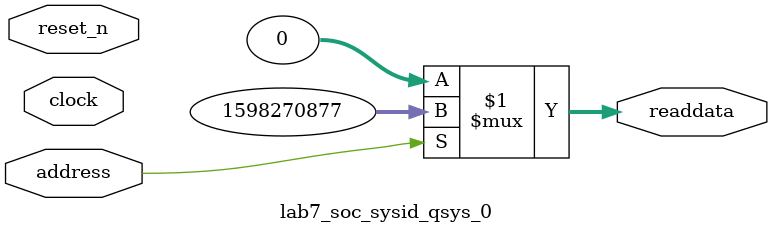
<source format=v>



// synthesis translate_off
`timescale 1ns / 1ps
// synthesis translate_on

// turn off superfluous verilog processor warnings 
// altera message_level Level1 
// altera message_off 10034 10035 10036 10037 10230 10240 10030 

module lab7_soc_sysid_qsys_0 (
               // inputs:
                address,
                clock,
                reset_n,

               // outputs:
                readdata
             )
;

  output  [ 31: 0] readdata;
  input            address;
  input            clock;
  input            reset_n;

  wire    [ 31: 0] readdata;
  //control_slave, which is an e_avalon_slave
  assign readdata = address ? 1598270877 : 0;

endmodule



</source>
